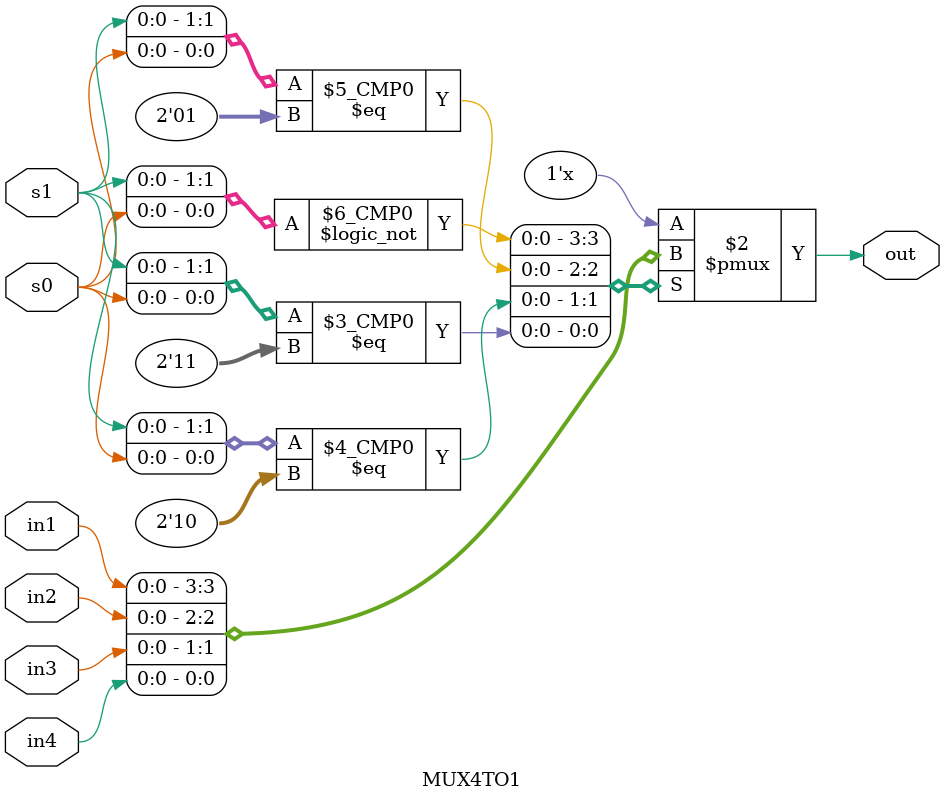
<source format=v>
module MUX4TO1 (in1, in2, in3, in4, s0, s1, out);
    input in1, in2, in3, in4, s0, s1;
    output reg out;

    always @ (in1 or in2 or in3 or in4 or s0 or s1)
    begin
        case ({s1, s0})
        2'b00: out <= in1;
        2'b01: out <= in2;
        2'b10: out <= in3;
        2'b11: out <= in4;
        default: out <= 1'bx;
        endcase
    end
endmodule
</source>
